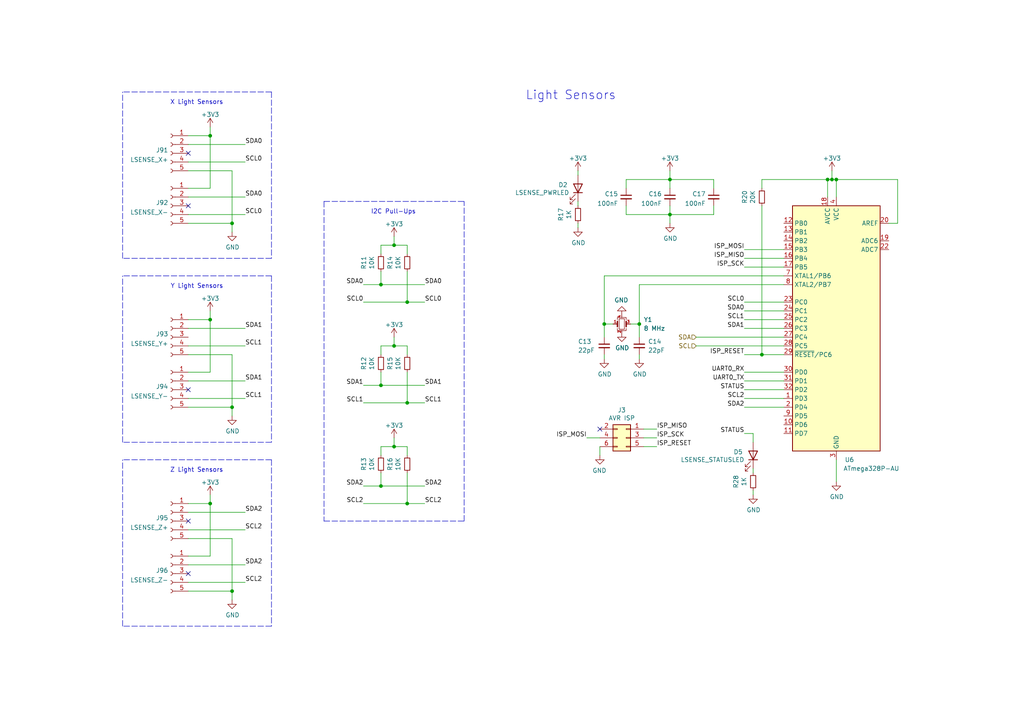
<source format=kicad_sch>
(kicad_sch (version 20211123) (generator eeschema)
  (paper "A4")
  (title_block (date "2022-03-26") (rev "A0"))
  (lib_symbols
    (symbol "Connector:Conn_01x05_Female" (pin_names (offset 1.016) hide)
      (property "Reference" "J" (at 0 7.62 0))
      (property "Value" "Conn_01x05_Female" (at 0 -7.62 0))
      (symbol "Conn_01x05_Female_1_1"
        (arc (start 0 -4.572) (mid -0.508 -5.08) (end 0 -5.588) (stroke (width 0.1524)))
        (arc (start 0 -2.032) (mid -0.508 -2.54) (end 0 -3.048) (stroke (width 0.1524)))
        (polyline (pts (xy -1.27 -5.08) (xy -0.508 -5.08)) (stroke (width 0.1524)))
        (polyline (pts (xy -1.27 -2.54) (xy -0.508 -2.54)) (stroke (width 0.1524)))
        (polyline (pts (xy -1.27 0) (xy -0.508 0)) (stroke (width 0.1524)))
        (polyline (pts (xy -1.27 2.54) (xy -0.508 2.54)) (stroke (width 0.1524)))
        (polyline (pts (xy -1.27 5.08) (xy -0.508 5.08)) (stroke (width 0.1524)))
        (arc (start 0 0.508) (mid -0.508 0) (end 0 -0.508) (stroke (width 0.1524)))
        (arc (start 0 3.048) (mid -0.508 2.54) (end 0 2.032) (stroke (width 0.1524)))
        (arc (start 0 5.588) (mid -0.508 5.08) (end 0 4.572) (stroke (width 0.1524)))
        (pin passive line (at -5.08 5.08 0) (length 3.81) (name "Pin_1") (number "1"))
        (pin passive line (at -5.08 2.54 0) (length 3.81) (name "Pin_2") (number "2"))
        (pin passive line (at -5.08 0 0) (length 3.81) (name "Pin_3") (number "3"))
        (pin passive line (at -5.08 -2.54 0) (length 3.81) (name "Pin_4") (number "4"))
        (pin passive line (at -5.08 -5.08 0) (length 3.81) (name "Pin_5") (number "5"))
      )
    )
    (symbol "Connector_Generic:Conn_02x03_Odd_Even" (pin_names (offset 1.016) hide)
      (property "Reference" "J" (at 1.27 5.08 0))
      (property "Value" "Conn_02x03_Odd_Even" (at 1.27 -5.08 0))
      (symbol "Conn_02x03_Odd_Even_1_1"
        (rectangle (start -1.27 -2.413) (end 0 -2.667) (stroke (width 0.1524)))
        (rectangle (start -1.27 0.127) (end 0 -0.127) (stroke (width 0.1524)))
        (rectangle (start -1.27 2.667) (end 0 2.413) (stroke (width 0.1524)))
        (rectangle (start -1.27 3.81) (end 3.81 -3.81) (stroke (width 0.254)) (fill (type background)))
        (rectangle (start 3.81 -2.413) (end 2.54 -2.667) (stroke (width 0.1524)))
        (rectangle (start 3.81 0.127) (end 2.54 -0.127) (stroke (width 0.1524)))
        (rectangle (start 3.81 2.667) (end 2.54 2.413) (stroke (width 0.1524)))
        (pin passive line (at -5.08 2.54 0) (length 3.81) (name "Pin_1") (number "1"))
        (pin passive line (at 7.62 2.54 180) (length 3.81) (name "Pin_2") (number "2"))
        (pin passive line (at -5.08 0 0) (length 3.81) (name "Pin_3") (number "3"))
        (pin passive line (at 7.62 0 180) (length 3.81) (name "Pin_4") (number "4"))
        (pin passive line (at -5.08 -2.54 0) (length 3.81) (name "Pin_5") (number "5"))
        (pin passive line (at 7.62 -2.54 180) (length 3.81) (name "Pin_6") (number "6"))
      )
    )
    (symbol "Device:C_Small" (pin_numbers hide) (pin_names (offset 0.254) hide)
      (property "Reference" "C" (at 0.254 1.778 0))
      (property "Value" "C_Small" (at 0.254 -2.032 0))
      (symbol "C_Small_0_1"
        (polyline (pts (xy -1.524 -0.508) (xy 1.524 -0.508)) (stroke (width 0.3302)))
        (polyline (pts (xy -1.524 0.508) (xy 1.524 0.508)) (stroke (width 0.3048)))
      )
      (symbol "C_Small_1_1"
        (pin passive line (at 0 2.54 270) (length 2.032) (name "~") (number "1"))
        (pin passive line (at 0 -2.54 90) (length 2.032) (name "~") (number "2"))
      )
    )
    (symbol "Device:Crystal_GND24_Small" (pin_names (offset 1.016) hide)
      (property "Reference" "Y" (at 1.27 4.445 0))
      (property "Value" "Crystal_GND24_Small" (at 1.27 2.54 0))
      (symbol "Crystal_GND24_Small_0_1"
        (rectangle (start -0.762 -1.524) (end 0.762 1.524))
        (polyline (pts (xy -1.27 -0.762) (xy -1.27 0.762)) (stroke (width 0.381)))
        (polyline (pts (xy 1.27 -0.762) (xy 1.27 0.762)) (stroke (width 0.381)))
        (polyline (pts (xy -1.27 -1.27) (xy -1.27 -1.905) (xy 1.27 -1.905) (xy 1.27 -1.27)))
        (polyline (pts (xy -1.27 1.27) (xy -1.27 1.905) (xy 1.27 1.905) (xy 1.27 1.27)))
      )
      (symbol "Crystal_GND24_Small_1_1"
        (pin passive line (at -2.54 0 0) (length 1.27) (name "1") (number "1"))
        (pin passive line (at 0 -2.54 90) (length 0.635) (name "2") (number "2"))
        (pin passive line (at 2.54 0 180) (length 1.27) (name "3") (number "3"))
        (pin passive line (at 0 2.54 270) (length 0.635) (name "4") (number "4"))
      )
    )
    (symbol "Device:LED" (pin_numbers hide) (pin_names (offset 1.016) hide)
      (property "Reference" "D" (at 0 2.54 0))
      (property "Value" "LED" (at 0 -2.54 0))
      (symbol "LED_0_1"
        (polyline (pts (xy -1.27 -1.27) (xy -1.27 1.27)) (stroke (width 0.254)))
        (polyline (pts (xy -1.27 0) (xy 1.27 0)))
        (polyline (pts (xy 1.27 -1.27) (xy 1.27 1.27) (xy -1.27 0) (xy 1.27 -1.27)) (stroke (width 0.254)))
        (polyline (pts (xy -3.048 -0.762) (xy -4.572 -2.286) (xy -3.81 -2.286) (xy -4.572 -2.286) (xy -4.572 -1.524)))
        (polyline (pts (xy -1.778 -0.762) (xy -3.302 -2.286) (xy -2.54 -2.286) (xy -3.302 -2.286) (xy -3.302 -1.524)))
      )
      (symbol "LED_1_1"
        (pin passive line (at -3.81 0 0) (length 2.54) (name "K") (number "1"))
        (pin passive line (at 3.81 0 180) (length 2.54) (name "A") (number "2"))
      )
    )
    (symbol "Device:R_Small" (pin_numbers hide) (pin_names (offset 0.254) hide)
      (property "Reference" "R" (at 0.762 0.508 0))
      (property "Value" "R_Small" (at 0.762 -1.016 0))
      (symbol "R_Small_0_1"
        (rectangle (start -0.762 1.778) (end 0.762 -1.778) (stroke (width 0.2032)))
      )
      (symbol "R_Small_1_1"
        (pin passive line (at 0 2.54 270) (length 0.762) (name "~") (number "1"))
        (pin passive line (at 0 -2.54 90) (length 0.762) (name "~") (number "2"))
      )
    )
    (symbol "MCU_Microchip_ATmega:ATmega328P-AU"
      (property "Reference" "U" (at -12.7 36.83 0))
      (property "Value" "ATmega328P-AU" (at 2.54 -36.83 0))
      (symbol "ATmega328P-AU_0_1"
        (rectangle (start -12.7 -35.56) (end 12.7 35.56) (stroke (width 0.254)) (fill (type background)))
      )
      (symbol "ATmega328P-AU_1_1"
        (pin bidirectional line (at 15.24 -20.32 180) (length 2.54) (name "PD3") (number "1"))
        (pin bidirectional line (at 15.24 -27.94 180) (length 2.54) (name "PD6") (number "10"))
        (pin bidirectional line (at 15.24 -30.48 180) (length 2.54) (name "PD7") (number "11"))
        (pin bidirectional line (at 15.24 30.48 180) (length 2.54) (name "PB0") (number "12"))
        (pin bidirectional line (at 15.24 27.94 180) (length 2.54) (name "PB1") (number "13"))
        (pin bidirectional line (at 15.24 25.4 180) (length 2.54) (name "PB2") (number "14"))
        (pin bidirectional line (at 15.24 22.86 180) (length 2.54) (name "PB3") (number "15"))
        (pin bidirectional line (at 15.24 20.32 180) (length 2.54) (name "PB4") (number "16"))
        (pin bidirectional line (at 15.24 17.78 180) (length 2.54) (name "PB5") (number "17"))
        (pin power_in line (at 2.54 38.1 270) (length 2.54) (name "AVCC") (number "18"))
        (pin input line (at -15.24 25.4 0) (length 2.54) (name "ADC6") (number "19"))
        (pin bidirectional line (at 15.24 -22.86 180) (length 2.54) (name "PD4") (number "2"))
        (pin passive line (at -15.24 30.48 0) (length 2.54) (name "AREF") (number "20"))
        (pin passive line (at 0 -38.1 90) (length 2.54) hide (name "GND") (number "21"))
        (pin input line (at -15.24 22.86 0) (length 2.54) (name "ADC7") (number "22"))
        (pin bidirectional line (at 15.24 7.62 180) (length 2.54) (name "PC0") (number "23"))
        (pin bidirectional line (at 15.24 5.08 180) (length 2.54) (name "PC1") (number "24"))
        (pin bidirectional line (at 15.24 2.54 180) (length 2.54) (name "PC2") (number "25"))
        (pin bidirectional line (at 15.24 0 180) (length 2.54) (name "PC3") (number "26"))
        (pin bidirectional line (at 15.24 -2.54 180) (length 2.54) (name "PC4") (number "27"))
        (pin bidirectional line (at 15.24 -5.08 180) (length 2.54) (name "PC5") (number "28"))
        (pin bidirectional line (at 15.24 -7.62 180) (length 2.54) (name "~{RESET}/PC6") (number "29"))
        (pin power_in line (at 0 -38.1 90) (length 2.54) (name "GND") (number "3"))
        (pin bidirectional line (at 15.24 -12.7 180) (length 2.54) (name "PD0") (number "30"))
        (pin bidirectional line (at 15.24 -15.24 180) (length 2.54) (name "PD1") (number "31"))
        (pin bidirectional line (at 15.24 -17.78 180) (length 2.54) (name "PD2") (number "32"))
        (pin power_in line (at 0 38.1 270) (length 2.54) (name "VCC") (number "4"))
        (pin passive line (at 0 -38.1 90) (length 2.54) hide (name "GND") (number "5"))
        (pin passive line (at 0 38.1 270) (length 2.54) hide (name "VCC") (number "6"))
        (pin bidirectional line (at 15.24 15.24 180) (length 2.54) (name "XTAL1/PB6") (number "7"))
        (pin bidirectional line (at 15.24 12.7 180) (length 2.54) (name "XTAL2/PB7") (number "8"))
        (pin bidirectional line (at 15.24 -25.4 180) (length 2.54) (name "PD5") (number "9"))
      )
    )
    (symbol "power:+3V3" (power) (pin_names (offset 0))
      (property "Value" "+3V3" (at 0 3.556 0))
      (symbol "+3V3_0_1"
        (polyline (pts (xy -0.762 1.27) (xy 0 2.54)))
        (polyline (pts (xy 0 0) (xy 0 2.54)))
        (polyline (pts (xy 0 2.54) (xy 0.762 1.27)))
      )
      (symbol "+3V3_1_1"
        (pin power_in line (at 0 0 90) (length 0) hide (name "+3V3") (number "1"))
      )
    )
    (symbol "power:GND" (power) (pin_names (offset 0))
      (property "Value" "GND" (at 0 -3.81 0))
      (symbol "GND_0_1"
        (polyline (pts (xy 0 0) (xy 0 -1.27) (xy 1.27 -1.27) (xy 0 -2.54) (xy -1.27 -1.27) (xy 0 -1.27)))
      )
      (symbol "GND_1_1"
        (pin power_in line (at 0 0 270) (length 0) hide (name "GND") (number "1"))
      )
    )
  )
  (junction (at 194.31 62.23))
  (junction (at 110.49 140.97))
  (junction (at 114.3 71.12))
  (junction (at 114.3 129.54))
  (junction (at 67.31 171.45))
  (junction (at 67.31 64.77))
  (junction (at 110.49 111.76))
  (junction (at 194.31 52.07))
  (junction (at 67.31 118.11))
  (junction (at 118.11 146.05))
  (junction (at 118.11 116.84))
  (junction (at 60.96 39.37))
  (junction (at 60.96 146.05))
  (junction (at 240.03 52.07))
  (junction (at 175.26 93.98))
  (junction (at 114.3 100.33))
  (junction (at 185.42 93.98))
  (junction (at 241.3 52.07))
  (junction (at 118.11 87.63))
  (junction (at 60.96 92.71))
  (junction (at 220.98 102.87))
  (junction (at 242.57 52.07))
  (junction (at 110.49 82.55))
  (no_connect (at 173.99 124.46))
  (no_connect (at 54.61 113.03))
  (no_connect (at 54.61 166.37))
  (no_connect (at 54.61 151.13))
  (no_connect (at 54.61 44.45))
  (no_connect (at 54.61 59.69))
  (wire (pts (xy 227.33 110.49) (xy 215.9 110.49)))
  (wire (pts (xy 241.3 52.07) (xy 240.03 52.07)))
  (wire (pts (xy 175.26 93.98) (xy 177.8 93.98)))
  (wire (pts (xy 110.49 137.16) (xy 110.49 140.97)))
  (wire (pts (xy 227.33 92.71) (xy 215.9 92.71)))
  (wire (pts (xy 227.33 80.01) (xy 175.26 80.01)))
  (wire (pts (xy 105.41 87.63) (xy 118.11 87.63)))
  (wire (pts (xy 71.12 100.33) (xy 54.61 100.33)))
  (wire (pts (xy 215.9 113.03) (xy 227.33 113.03)))
  (polyline (pts (xy 35.56 181.61) (xy 35.56 133.35)))
  (wire (pts (xy 220.98 52.07) (xy 220.98 54.61)))
  (wire (pts (xy 194.31 62.23) (xy 194.31 59.69)))
  (wire (pts (xy 215.9 107.95) (xy 227.33 107.95)))
  (wire (pts (xy 227.33 118.11) (xy 215.9 118.11)))
  (wire (pts (xy 67.31 171.45) (xy 67.31 156.21)))
  (wire (pts (xy 220.98 59.69) (xy 220.98 102.87)))
  (wire (pts (xy 60.96 107.95) (xy 54.61 107.95)))
  (wire (pts (xy 67.31 102.87) (xy 54.61 102.87)))
  (wire (pts (xy 60.96 39.37) (xy 60.96 54.61)))
  (wire (pts (xy 170.18 127) (xy 173.99 127)))
  (polyline (pts (xy 78.74 181.61) (xy 35.56 181.61)))
  (wire (pts (xy 194.31 52.07) (xy 181.61 52.07)))
  (wire (pts (xy 185.42 82.55) (xy 227.33 82.55)))
  (wire (pts (xy 260.35 52.07) (xy 242.57 52.07)))
  (wire (pts (xy 71.12 46.99) (xy 54.61 46.99)))
  (polyline (pts (xy 78.74 133.35) (xy 35.56 133.35)))
  (wire (pts (xy 71.12 57.15) (xy 54.61 57.15)))
  (wire (pts (xy 240.03 52.07) (xy 240.03 57.15)))
  (wire (pts (xy 220.98 102.87) (xy 215.9 102.87)))
  (wire (pts (xy 67.31 156.21) (xy 54.61 156.21)))
  (wire (pts (xy 173.99 132.08) (xy 173.99 129.54)))
  (polyline (pts (xy 93.98 151.13) (xy 134.62 151.13)))
  (wire (pts (xy 118.11 87.63) (xy 123.19 87.63)))
  (wire (pts (xy 227.33 90.17) (xy 215.9 90.17)))
  (wire (pts (xy 181.61 52.07) (xy 181.61 54.61)))
  (wire (pts (xy 60.96 39.37) (xy 54.61 39.37)))
  (polyline (pts (xy 78.74 26.67) (xy 78.74 74.93)))
  (wire (pts (xy 201.93 97.79) (xy 227.33 97.79)))
  (polyline (pts (xy 93.98 58.42) (xy 134.62 58.42)))
  (wire (pts (xy 118.11 129.54) (xy 118.11 132.08)))
  (wire (pts (xy 242.57 139.7) (xy 242.57 133.35)))
  (wire (pts (xy 110.49 107.95) (xy 110.49 111.76)))
  (wire (pts (xy 110.49 100.33) (xy 110.49 102.87)))
  (wire (pts (xy 175.26 104.14) (xy 175.26 102.87)))
  (wire (pts (xy 71.12 41.91) (xy 54.61 41.91)))
  (wire (pts (xy 67.31 64.77) (xy 67.31 49.53)))
  (wire (pts (xy 105.41 140.97) (xy 110.49 140.97)))
  (wire (pts (xy 240.03 52.07) (xy 220.98 52.07)))
  (wire (pts (xy 118.11 78.74) (xy 118.11 87.63)))
  (wire (pts (xy 71.12 153.67) (xy 54.61 153.67)))
  (wire (pts (xy 114.3 129.54) (xy 118.11 129.54)))
  (wire (pts (xy 175.26 80.01) (xy 175.26 93.98)))
  (wire (pts (xy 60.96 36.83) (xy 60.96 39.37)))
  (wire (pts (xy 241.3 49.53) (xy 241.3 52.07)))
  (wire (pts (xy 185.42 82.55) (xy 185.42 93.98)))
  (wire (pts (xy 194.31 52.07) (xy 194.31 54.61)))
  (wire (pts (xy 71.12 148.59) (xy 54.61 148.59)))
  (wire (pts (xy 110.49 78.74) (xy 110.49 82.55)))
  (wire (pts (xy 67.31 64.77) (xy 67.31 67.31)))
  (wire (pts (xy 194.31 62.23) (xy 194.31 64.77)))
  (wire (pts (xy 257.81 64.77) (xy 260.35 64.77)))
  (wire (pts (xy 110.49 140.97) (xy 123.19 140.97)))
  (wire (pts (xy 194.31 52.07) (xy 207.01 52.07)))
  (wire (pts (xy 60.96 146.05) (xy 54.61 146.05)))
  (wire (pts (xy 114.3 129.54) (xy 110.49 129.54)))
  (wire (pts (xy 110.49 129.54) (xy 110.49 132.08)))
  (wire (pts (xy 114.3 71.12) (xy 110.49 71.12)))
  (wire (pts (xy 167.64 58.42) (xy 167.64 59.69)))
  (wire (pts (xy 260.35 52.07) (xy 260.35 64.77)))
  (wire (pts (xy 218.44 125.73) (xy 218.44 128.27)))
  (wire (pts (xy 67.31 171.45) (xy 67.31 173.99)))
  (wire (pts (xy 71.12 110.49) (xy 54.61 110.49)))
  (wire (pts (xy 215.9 125.73) (xy 218.44 125.73)))
  (wire (pts (xy 227.33 87.63) (xy 215.9 87.63)))
  (wire (pts (xy 242.57 52.07) (xy 242.57 57.15)))
  (wire (pts (xy 110.49 71.12) (xy 110.49 73.66)))
  (wire (pts (xy 71.12 115.57) (xy 54.61 115.57)))
  (wire (pts (xy 60.96 143.51) (xy 60.96 146.05)))
  (wire (pts (xy 118.11 116.84) (xy 123.19 116.84)))
  (wire (pts (xy 71.12 163.83) (xy 54.61 163.83)))
  (wire (pts (xy 218.44 142.24) (xy 218.44 143.51)))
  (wire (pts (xy 114.3 100.33) (xy 118.11 100.33)))
  (wire (pts (xy 118.11 146.05) (xy 123.19 146.05)))
  (wire (pts (xy 227.33 95.25) (xy 215.9 95.25)))
  (wire (pts (xy 71.12 95.25) (xy 54.61 95.25)))
  (wire (pts (xy 67.31 118.11) (xy 67.31 120.65)))
  (wire (pts (xy 201.93 100.33) (xy 227.33 100.33)))
  (wire (pts (xy 181.61 59.69) (xy 181.61 62.23)))
  (wire (pts (xy 215.9 77.47) (xy 227.33 77.47)))
  (wire (pts (xy 54.61 171.45) (xy 67.31 171.45)))
  (wire (pts (xy 54.61 118.11) (xy 67.31 118.11)))
  (polyline (pts (xy 78.74 80.01) (xy 78.74 128.27)))
  (polyline (pts (xy 35.56 128.27) (xy 35.56 80.01)))
  (wire (pts (xy 167.64 50.8) (xy 167.64 49.53)))
  (wire (pts (xy 71.12 168.91) (xy 54.61 168.91)))
  (wire (pts (xy 175.26 97.79) (xy 175.26 93.98)))
  (wire (pts (xy 105.41 146.05) (xy 118.11 146.05)))
  (wire (pts (xy 185.42 104.14) (xy 185.42 102.87)))
  (wire (pts (xy 190.5 124.46) (xy 186.69 124.46)))
  (wire (pts (xy 194.31 62.23) (xy 207.01 62.23)))
  (wire (pts (xy 186.69 129.54) (xy 190.5 129.54)))
  (wire (pts (xy 218.44 135.89) (xy 218.44 137.16)))
  (wire (pts (xy 114.3 100.33) (xy 110.49 100.33)))
  (wire (pts (xy 105.41 116.84) (xy 118.11 116.84)))
  (wire (pts (xy 118.11 107.95) (xy 118.11 116.84)))
  (wire (pts (xy 60.96 92.71) (xy 60.96 107.95)))
  (wire (pts (xy 54.61 64.77) (xy 67.31 64.77)))
  (wire (pts (xy 118.11 100.33) (xy 118.11 102.87)))
  (polyline (pts (xy 78.74 26.67) (xy 35.56 26.67)))
  (wire (pts (xy 242.57 52.07) (xy 241.3 52.07)))
  (wire (pts (xy 110.49 111.76) (xy 123.19 111.76)))
  (wire (pts (xy 71.12 62.23) (xy 54.61 62.23)))
  (wire (pts (xy 118.11 71.12) (xy 118.11 73.66)))
  (wire (pts (xy 118.11 137.16) (xy 118.11 146.05)))
  (wire (pts (xy 110.49 82.55) (xy 123.19 82.55)))
  (wire (pts (xy 207.01 59.69) (xy 207.01 62.23)))
  (wire (pts (xy 60.96 54.61) (xy 54.61 54.61)))
  (polyline (pts (xy 78.74 133.35) (xy 78.74 181.61)))
  (polyline (pts (xy 93.98 58.42) (xy 93.98 151.13)))
  (wire (pts (xy 60.96 146.05) (xy 60.96 161.29)))
  (wire (pts (xy 167.64 64.77) (xy 167.64 66.04)))
  (wire (pts (xy 227.33 115.57) (xy 215.9 115.57)))
  (wire (pts (xy 186.69 127) (xy 190.5 127)))
  (wire (pts (xy 67.31 49.53) (xy 54.61 49.53)))
  (wire (pts (xy 60.96 161.29) (xy 54.61 161.29)))
  (wire (pts (xy 105.41 82.55) (xy 110.49 82.55)))
  (polyline (pts (xy 35.56 74.93) (xy 35.56 26.67)))
  (wire (pts (xy 185.42 97.79) (xy 185.42 93.98)))
  (polyline (pts (xy 78.74 74.93) (xy 35.56 74.93)))
  (wire (pts (xy 185.42 93.98) (xy 182.88 93.98)))
  (wire (pts (xy 227.33 74.93) (xy 215.9 74.93)))
  (polyline (pts (xy 78.74 80.01) (xy 35.56 80.01)))
  (polyline (pts (xy 134.62 151.13) (xy 134.62 58.42)))
  (wire (pts (xy 194.31 49.53) (xy 194.31 52.07)))
  (polyline (pts (xy 78.74 128.27) (xy 35.56 128.27)))
  (wire (pts (xy 114.3 127) (xy 114.3 129.54)))
  (wire (pts (xy 67.31 118.11) (xy 67.31 102.87)))
  (wire (pts (xy 114.3 71.12) (xy 118.11 71.12)))
  (wire (pts (xy 207.01 52.07) (xy 207.01 54.61)))
  (wire (pts (xy 227.33 102.87) (xy 220.98 102.87)))
  (wire (pts (xy 181.61 62.23) (xy 194.31 62.23)))
  (wire (pts (xy 60.96 90.17) (xy 60.96 92.71)))
  (wire (pts (xy 114.3 97.79) (xy 114.3 100.33)))
  (wire (pts (xy 215.9 72.39) (xy 227.33 72.39)))
  (wire (pts (xy 105.41 111.76) (xy 110.49 111.76)))
  (wire (pts (xy 114.3 68.58) (xy 114.3 71.12)))
  (wire (pts (xy 60.96 92.71) (xy 54.61 92.71)))
  (text "Light Sensors" (at 152.4 29.21 0) (effects (font (size 2.54 2.54)) (justify left bottom)))
  (text "I2C Pull-Ups" (at 120.65 62.23 180) (effects (font (size 1.27 1.27)) (justify right bottom)))
  (text "X Light Sensors" (at 64.77 30.48 180) (effects (font (size 1.27 1.27)) (justify right bottom)))
  (text "Y Light Sensors" (at 64.77 83.82 180) (effects (font (size 1.27 1.27)) (justify right bottom)))
  (text "Z Light Sensors" (at 64.77 137.16 180) (effects (font (size 1.27 1.27)) (justify right bottom)))
  (label "SCL0" (at 105.41 87.63 180))
  (label "SDA0" (at 123.19 82.55 0))
  (label "ISP_MOSI" (at 215.9 72.39 180))
  (label "SDA0" (at 215.9 90.17 180))
  (label "SDA1" (at 215.9 95.25 180))
  (label "UART0_TX" (at 215.9 110.49 180))
  (label "SCL0" (at 71.12 62.23 0))
  (label "SCL0" (at 123.19 87.63 0))
  (label "SDA1" (at 123.19 111.76 0))
  (label "ISP_MISO" (at 190.5 124.46 0))
  (label "SDA2" (at 123.19 140.97 0))
  (label "SCL2" (at 123.19 146.05 0))
  (label "SDA1" (at 71.12 110.49 0))
  (label "SCL1" (at 71.12 115.57 0))
  (label "SCL0" (at 215.9 87.63 180))
  (label "SDA2" (at 105.41 140.97 180))
  (label "STATUS" (at 215.9 113.03 180))
  (label "SDA2" (at 215.9 118.11 180))
  (label "SDA2" (at 71.12 163.83 0))
  (label "SCL1" (at 123.19 116.84 0))
  (label "SCL1" (at 215.9 92.71 180))
  (label "SDA0" (at 71.12 57.15 0))
  (label "SCL2" (at 105.41 146.05 180))
  (label "SDA1" (at 71.12 95.25 0))
  (label "ISP_MOSI" (at 170.18 127 180))
  (label "SCL2" (at 71.12 168.91 0))
  (label "SDA0" (at 105.41 82.55 180))
  (label "ISP_RESET" (at 215.9 102.87 180))
  (label "ISP_SCK" (at 215.9 77.47 180))
  (label "STATUS" (at 215.9 125.73 180))
  (label "SDA1" (at 105.41 111.76 180))
  (label "ISP_RESET" (at 190.5 129.54 0))
  (label "SDA0" (at 71.12 41.91 0))
  (label "SDA2" (at 71.12 148.59 0))
  (label "SCL2" (at 215.9 115.57 180))
  (label "SCL2" (at 71.12 153.67 0))
  (label "ISP_SCK" (at 190.5 127 0))
  (label "ISP_MISO" (at 215.9 74.93 180))
  (label "SCL1" (at 105.41 116.84 180))
  (label "SCL0" (at 71.12 46.99 0))
  (label "UART0_RX" (at 215.9 107.95 180))
  (label "SCL1" (at 71.12 100.33 0))
  (hierarchical_label "SDA" (shape input) (at 201.93 97.79 180))
  (hierarchical_label "SCL" (shape input) (at 201.93 100.33 180))
  (symbol (lib_id "power:+3V3") (at 60.96 143.51 0) (mirror y) (unit 1)
    (property "Reference" "#PWR024" (effects hide))
    (property "Value" "+3V3" (at 60.96 139.9055 0))
  )
  (symbol (lib_id "Connector:Conn_01x05_Female") (at 49.53 151.13 0) (mirror y) (unit 1)
    (property "Reference" "J95" (at 48.8188 150.2215 0) (effects (justify left)))
    (property "Value" "LSENSE_Z+" (at 48.8188 152.9966 0) (effects (justify left)))
    (property "Footprint" "Connector_Molex:Molex_PicoBlade_53048-0510_1x05_P1.25mm_Horizontal" (effects hide))
  )
  (symbol (lib_id "Device:C_Small") (at 175.26 100.33 0) (unit 1)
    (property "Reference" "C13" (at 167.64 99.06 0) (effects (justify left)))
    (property "Value" "22pF" (at 167.64 101.6 0) (effects (justify left)))
    (property "Footprint" "Capacitor_SMD:C_0402_1005Metric" (effects hide))
  )
  (symbol (lib_id "power:GND") (at 67.31 173.99 0) (unit 1)
    (property "Reference" "#PWR027" (effects hide))
    (property "Value" "GND" (at 67.437 178.3842 0))
  )
  (symbol (lib_id "power:GND") (at 218.44 143.51 0) (unit 1)
    (property "Reference" "#PWR061" (effects hide))
    (property "Value" "GND" (at 218.567 147.9042 0))
  )
  (symbol (lib_id "Connector_Generic:Conn_02x03_Odd_Even") (at 181.61 127 0) (mirror y) (unit 1)
    (property "Reference" "J3" (at 180.34 118.9482 0))
    (property "Value" "AVR ISP" (at 180.34 121.2596 0))
    (property "Footprint" "Connector_PinHeader_1.27mm:PinHeader_2x03_P1.27mm_Vertical_SMD" (effects hide))
  )
  (symbol (lib_id "Device:LED") (at 167.64 54.61 270) (mirror x) (unit 1)
    (property "Reference" "D2" (at 164.6428 53.6194 90) (effects (justify right)))
    (property "Value" "LSENSE_PWRLED" (at 165.1 55.88 90) (effects (justify right)))
    (property "Footprint" "LED_SMD:LED_0402_1005Metric" (effects hide))
  )
  (symbol (lib_id "power:GND") (at 167.64 66.04 0) (unit 1)
    (property "Reference" "#PWR032" (effects hide))
    (property "Value" "GND" (at 167.767 70.4342 0))
  )
  (symbol (lib_id "power:+3V3") (at 60.96 90.17 0) (mirror y) (unit 1)
    (property "Reference" "#PWR023" (effects hide))
    (property "Value" "+3V3" (at 60.96 86.5655 0))
  )
  (symbol (lib_id "power:GND") (at 67.31 120.65 0) (unit 1)
    (property "Reference" "#PWR026" (effects hide))
    (property "Value" "GND" (at 67.437 125.0442 0))
  )
  (symbol (lib_id "power:+3V3") (at 241.3 49.53 0) (mirror y) (unit 1)
    (property "Reference" "#PWR039" (effects hide))
    (property "Value" "+3V3" (at 241.3 45.9255 0))
  )
  (symbol (lib_id "Device:R_Small") (at 110.49 134.62 0) (mirror x) (unit 1)
    (property "Reference" "R13" (at 105.5116 134.62 90))
    (property "Value" "10K" (at 107.823 134.62 90))
    (property "Footprint" "Resistor_SMD:R_0402_1005Metric" (effects hide))
  )
  (symbol (lib_id "Device:LED") (at 218.44 132.08 270) (mirror x) (unit 1)
    (property "Reference" "D5" (at 215.4428 131.0894 90) (effects (justify right)))
    (property "Value" "LSENSE_STATUSLED" (at 215.9 133.35 90) (effects (justify right)))
    (property "Footprint" "LED_SMD:LED_0402_1005Metric" (effects hide))
  )
  (symbol (lib_id "Connector:Conn_01x05_Female") (at 49.53 44.45 0) (mirror y) (unit 1)
    (property "Reference" "J91" (at 48.8188 43.5415 0) (effects (justify left)))
    (property "Value" "LSENSE_X+" (at 48.8188 46.3166 0) (effects (justify left)))
    (property "Footprint" "Connector_Molex:Molex_PicoBlade_53048-0510_1x05_P1.25mm_Horizontal" (effects hide))
  )
  (symbol (lib_id "power:GND") (at 180.34 91.44 180) (unit 1)
    (property "Reference" "#PWR034" (effects hide))
    (property "Value" "GND" (at 180.213 87.0458 0))
  )
  (symbol (lib_id "Connector:Conn_01x05_Female") (at 49.53 97.79 0) (mirror y) (unit 1)
    (property "Reference" "J93" (at 48.8188 96.8815 0) (effects (justify left)))
    (property "Value" "LSENSE_Y+" (at 48.8188 99.6566 0) (effects (justify left)))
    (property "Footprint" "Connector_Molex:Molex_PicoBlade_53048-0510_1x05_P1.25mm_Horizontal" (effects hide))
  )
  (symbol (lib_id "power:GND") (at 194.31 64.77 0) (unit 1)
    (property "Reference" "#PWR038" (effects hide))
    (property "Value" "GND" (at 194.437 69.1642 0))
  )
  (symbol (lib_id "Connector:Conn_01x05_Female") (at 49.53 166.37 0) (mirror y) (unit 1)
    (property "Reference" "J96" (at 48.8188 165.4615 0) (effects (justify left)))
    (property "Value" "LSENSE_Z-" (at 48.8188 168.2366 0) (effects (justify left)))
    (property "Footprint" "Connector_Molex:Molex_PicoBlade_53048-0510_1x05_P1.25mm_Horizontal" (effects hide))
  )
  (symbol (lib_id "power:+3V3") (at 194.31 49.53 0) (mirror y) (unit 1)
    (property "Reference" "#PWR037" (effects hide))
    (property "Value" "+3V3" (at 194.31 45.9255 0))
  )
  (symbol (lib_id "Device:C_Small") (at 207.01 57.15 0) (mirror y) (unit 1)
    (property "Reference" "C17" (at 204.6859 56.2478 0) (effects (justify left)))
    (property "Value" "100nF" (at 204.6859 59.0229 0) (effects (justify left)))
    (property "Footprint" "Capacitor_SMD:C_0402_1005Metric" (effects hide))
  )
  (symbol (lib_id "power:+3V3") (at 114.3 68.58 0) (mirror y) (unit 1)
    (property "Reference" "#PWR028" (effects hide))
    (property "Value" "+3V3" (at 114.3 64.9755 0))
  )
  (symbol (lib_id "power:GND") (at 175.26 104.14 0) (unit 1)
    (property "Reference" "#PWR033" (effects hide))
    (property "Value" "GND" (at 175.387 108.5342 0))
  )
  (symbol (lib_id "Device:R_Small") (at 110.49 105.41 0) (mirror x) (unit 1)
    (property "Reference" "R12" (at 105.5116 105.41 90))
    (property "Value" "10K" (at 107.823 105.41 90))
    (property "Footprint" "Resistor_SMD:R_0402_1005Metric" (effects hide))
  )
  (symbol (lib_id "Device:R_Small") (at 118.11 76.2 0) (mirror x) (unit 1)
    (property "Reference" "R14" (at 113.1316 76.2 90))
    (property "Value" "10K" (at 115.443 76.2 90))
    (property "Footprint" "Resistor_SMD:R_0402_1005Metric" (effects hide))
  )
  (symbol (lib_id "power:GND") (at 173.99 132.08 0) (mirror y) (unit 1)
    (property "Reference" "#PWR060" (effects hide))
    (property "Value" "GND" (at 173.863 136.4742 0))
  )
  (symbol (lib_id "Connector:Conn_01x05_Female") (at 49.53 113.03 0) (mirror y) (unit 1)
    (property "Reference" "J94" (at 48.8188 112.1215 0) (effects (justify left)))
    (property "Value" "LSENSE_Y-" (at 48.8188 114.8966 0) (effects (justify left)))
    (property "Footprint" "Connector_Molex:Molex_PicoBlade_53048-0510_1x05_P1.25mm_Horizontal" (effects hide))
  )
  (symbol (lib_id "Device:R_Small") (at 118.11 105.41 0) (mirror x) (unit 1)
    (property "Reference" "R15" (at 113.1316 105.41 90))
    (property "Value" "10K" (at 115.443 105.41 90))
    (property "Footprint" "Resistor_SMD:R_0402_1005Metric" (effects hide))
  )
  (symbol (lib_id "power:+3V3") (at 60.96 36.83 0) (mirror y) (unit 1)
    (property "Reference" "#PWR022" (effects hide))
    (property "Value" "+3V3" (at 60.96 33.2255 0))
  )
  (symbol (lib_id "power:+3V3") (at 167.64 49.53 0) (mirror y) (unit 1)
    (property "Reference" "#PWR031" (effects hide))
    (property "Value" "+3V3" (at 167.64 45.9255 0))
  )
  (symbol (lib_id "Device:C_Small") (at 194.31 57.15 0) (mirror y) (unit 1)
    (property "Reference" "C16" (at 191.9859 56.2478 0) (effects (justify left)))
    (property "Value" "100nF" (at 191.9859 59.0229 0) (effects (justify left)))
    (property "Footprint" "Capacitor_SMD:C_0402_1005Metric" (effects hide))
  )
  (symbol (lib_id "power:GND") (at 242.57 139.7 0) (unit 1)
    (property "Reference" "#PWR040" (effects hide))
    (property "Value" "GND" (at 242.697 144.0942 0))
  )
  (symbol (lib_id "power:GND") (at 67.31 67.31 0) (unit 1)
    (property "Reference" "#PWR025" (effects hide))
    (property "Value" "GND" (at 67.437 71.7042 0))
  )
  (symbol (lib_id "Device:R_Small") (at 118.11 134.62 0) (mirror x) (unit 1)
    (property "Reference" "R16" (at 113.1316 134.62 90))
    (property "Value" "10K" (at 115.443 134.62 90))
    (property "Footprint" "Resistor_SMD:R_0402_1005Metric" (effects hide))
  )
  (symbol (lib_id "Device:C_Small") (at 185.42 100.33 0) (unit 1)
    (property "Reference" "C14" (at 187.96 99.06 0) (effects (justify left)))
    (property "Value" "22pF" (at 187.96 101.6 0) (effects (justify left)))
    (property "Footprint" "Capacitor_SMD:C_0402_1005Metric" (effects hide))
  )
  (symbol (lib_id "Device:R_Small") (at 218.44 139.7 0) (mirror x) (unit 1)
    (property "Reference" "R28" (at 213.4616 139.7 90))
    (property "Value" "1K" (at 215.773 139.7 90))
    (property "Footprint" "Resistor_SMD:R_0402_1005Metric" (effects hide))
  )
  (symbol (lib_id "Device:C_Small") (at 181.61 57.15 0) (mirror y) (unit 1)
    (property "Reference" "C15" (at 179.2859 56.2478 0) (effects (justify left)))
    (property "Value" "100nF" (at 179.2859 59.0229 0) (effects (justify left)))
    (property "Footprint" "Capacitor_SMD:C_0402_1005Metric" (effects hide))
  )
  (symbol (lib_id "Device:Crystal_GND24_Small") (at 180.34 93.98 0) (unit 1)
    (property "Reference" "Y1" (at 186.69 92.71 0) (effects (justify left)))
    (property "Value" "8 MHz" (at 186.69 95.25 0) (effects (justify left)))
    (property "Footprint" "Crystal:Crystal_SMD_3225-4Pin_3.2x2.5mm" (effects hide))
    (property "Part" "7B-8.000MAAJ-T -  CRYSTAL, 8MHZ, 18PF, 5 X 3.2MM" (effects hide))
  )
  (symbol (lib_id "Device:R_Small") (at 110.49 76.2 0) (mirror x) (unit 1)
    (property "Reference" "R11" (at 105.5116 76.2 90))
    (property "Value" "10K" (at 107.823 76.2 90))
    (property "Footprint" "Resistor_SMD:R_0402_1005Metric" (effects hide))
  )
  (symbol (lib_id "Device:R_Small") (at 220.98 57.15 0) (mirror x) (unit 1)
    (property "Reference" "R20" (at 216.0016 57.15 90))
    (property "Value" "20K" (at 218.313 57.15 90))
    (property "Footprint" "Resistor_SMD:R_0402_1005Metric" (effects hide))
  )
  (symbol (lib_id "power:+3V3") (at 114.3 127 0) (mirror y) (unit 1)
    (property "Reference" "#PWR030" (effects hide))
    (property "Value" "+3V3" (at 114.3 123.3955 0))
  )
  (symbol (lib_id "power:GND") (at 185.42 104.14 0) (unit 1)
    (property "Reference" "#PWR036" (effects hide))
    (property "Value" "GND" (at 185.547 108.5342 0))
  )
  (symbol (lib_id "Device:R_Small") (at 167.64 62.23 0) (mirror x) (unit 1)
    (property "Reference" "R17" (at 162.6616 62.23 90))
    (property "Value" "1K" (at 164.973 62.23 90))
    (property "Footprint" "Resistor_SMD:R_0402_1005Metric" (effects hide))
  )
  (symbol (lib_id "power:+3V3") (at 114.3 97.79 0) (mirror y) (unit 1)
    (property "Reference" "#PWR029" (effects hide))
    (property "Value" "+3V3" (at 114.3 94.1855 0))
  )
  (symbol (lib_id "Connector:Conn_01x05_Female") (at 49.53 59.69 0) (mirror y) (unit 1)
    (property "Reference" "J92" (at 48.8188 58.7815 0) (effects (justify left)))
    (property "Value" "LSENSE_X-" (at 48.8188 61.5566 0) (effects (justify left)))
    (property "Footprint" "Connector_Molex:Molex_PicoBlade_53048-0510_1x05_P1.25mm_Horizontal" (effects hide))
  )
  (symbol (lib_id "MCU_Microchip_ATmega:ATmega328P-AU") (at 242.57 95.25 0) (mirror y) (unit 1)
    (property "Reference" "U6" (at 246.38 133.35 0))
    (property "Value" "ATmega328P-AU" (at 252.73 135.89 0))
    (property "Footprint" "Package_QFP:TQFP-32_7x7mm_P0.8mm" (effects hide))
    (property "Datasheet" "http://ww1.microchip.com/downloads/en/DeviceDoc/ATmega328_P%20AVR%20MCU%20with%20picoPower%20Technology%20Data%20Sheet%2040001984A.pdf" (effects hide))
  )
  (symbol (lib_id "power:GND") (at 180.34 96.52 0) (unit 1)
    (property "Reference" "#PWR035" (effects hide))
    (property "Value" "GND" (at 180.467 100.9142 0))
  )
)
</source>
